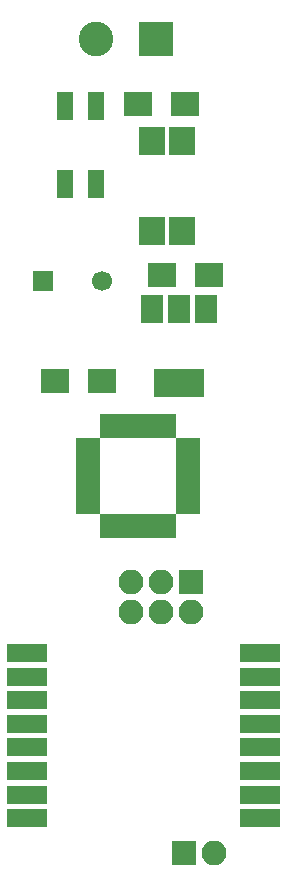
<source format=gts>
G04 #@! TF.FileFunction,Soldermask,Top*
%FSLAX46Y46*%
G04 Gerber Fmt 4.6, Leading zero omitted, Abs format (unit mm)*
G04 Created by KiCad (PCBNEW 4.0.5-e0-6337~49~ubuntu16.04.1) date Tue Feb  7 13:51:03 2017*
%MOMM*%
%LPD*%
G01*
G04 APERTURE LIST*
%ADD10C,0.100000*%
%ADD11R,1.700000X1.700000*%
%ADD12C,1.700000*%
%ADD13R,2.400000X2.000000*%
%ADD14R,2.000000X0.950000*%
%ADD15R,0.950000X2.000000*%
%ADD16R,2.940000X2.940000*%
%ADD17C,2.940000*%
%ADD18R,2.100000X2.100000*%
%ADD19O,2.100000X2.100000*%
%ADD20R,2.400000X2.100000*%
%ADD21R,2.180000X2.400000*%
%ADD22R,4.200000X2.400000*%
%ADD23R,1.900000X2.400000*%
%ADD24R,3.400000X1.600000*%
%ADD25R,1.400000X2.400000*%
G04 APERTURE END LIST*
D10*
D11*
X164850000Y-77375000D03*
D12*
X169850000Y-77375000D03*
D13*
X174850000Y-76875000D03*
X178850000Y-76875000D03*
D14*
X168600000Y-91075000D03*
X168600000Y-91875000D03*
X168600000Y-92675000D03*
X168600000Y-93475000D03*
X168600000Y-94275000D03*
X168600000Y-95075000D03*
X168600000Y-95875000D03*
X168600000Y-96675000D03*
D15*
X170050000Y-98125000D03*
X170850000Y-98125000D03*
X171650000Y-98125000D03*
X172450000Y-98125000D03*
X173250000Y-98125000D03*
X174050000Y-98125000D03*
X174850000Y-98125000D03*
X175650000Y-98125000D03*
D14*
X177100000Y-96675000D03*
X177100000Y-95875000D03*
X177100000Y-95075000D03*
X177100000Y-94275000D03*
X177100000Y-93475000D03*
X177100000Y-92675000D03*
X177100000Y-91875000D03*
X177100000Y-91075000D03*
D15*
X175650000Y-89625000D03*
X174850000Y-89625000D03*
X174050000Y-89625000D03*
X173250000Y-89625000D03*
X172450000Y-89625000D03*
X171650000Y-89625000D03*
X170850000Y-89625000D03*
X170050000Y-89625000D03*
D16*
X174390000Y-56875000D03*
D17*
X169310000Y-56875000D03*
D18*
X177350000Y-102875000D03*
D19*
X177350000Y-105415000D03*
X174810000Y-102875000D03*
X174810000Y-105415000D03*
X172270000Y-102875000D03*
X172270000Y-105415000D03*
D20*
X176850000Y-62375000D03*
X172850000Y-62375000D03*
X165850000Y-85875000D03*
X169850000Y-85875000D03*
D21*
X176620000Y-65565000D03*
X174080000Y-73185000D03*
X174080000Y-65565000D03*
X176620000Y-73185000D03*
D22*
X176350000Y-86025000D03*
D23*
X176350000Y-79725000D03*
X174050000Y-79725000D03*
X178650000Y-79725000D03*
D24*
X163450000Y-108875000D03*
X163450000Y-110875000D03*
X163450000Y-112875000D03*
X163450000Y-114875000D03*
X163450000Y-116875000D03*
X163450000Y-118875000D03*
X163450000Y-120875000D03*
X163450000Y-122875000D03*
X183150000Y-122875000D03*
X183150000Y-120875000D03*
X183150000Y-118875000D03*
X183150000Y-116875000D03*
X183150000Y-114875000D03*
X183150000Y-112875000D03*
X183150000Y-110875000D03*
X183150000Y-108875000D03*
D25*
X169306240Y-62544960D03*
X166636700Y-62544960D03*
X169306240Y-69146420D03*
X166636700Y-69146420D03*
D18*
X176784000Y-125857000D03*
D19*
X179324000Y-125857000D03*
M02*

</source>
